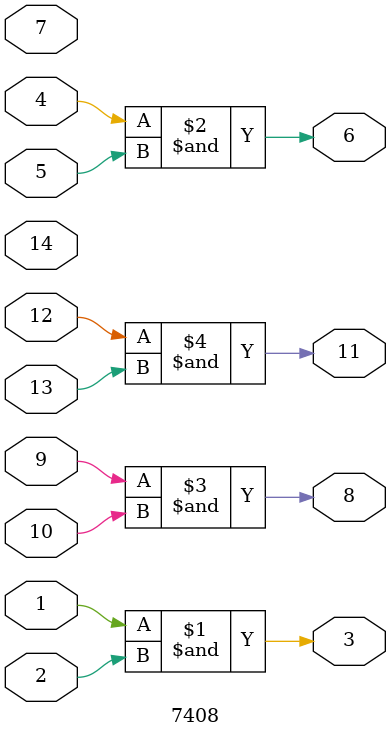
<source format=v>
/* 7408 Quad 2-bit AND
 * worse case delay of 27ns
 */
`timescale 1 ns / 100 ps
module \7408 (\1 , \2 , \3 , \4 , \5 , \6 , \7 , \8 , \9 , \10 , \11 , \12 , \13 , \14 );
   input \1 , \2 , \4 , \5 , \7 , \9 , \10 , \12 , \13 , \14 ;
   output \3 , \6 , \8 , \11 ;

   assign #27  \3 = \1 & \2 ;
   assign #27  \6 = \4 & \5 ;
   assign #27  \8 = \9 & \10 ;
   assign #27 \11 = \12 & \13 ;

endmodule

</source>
